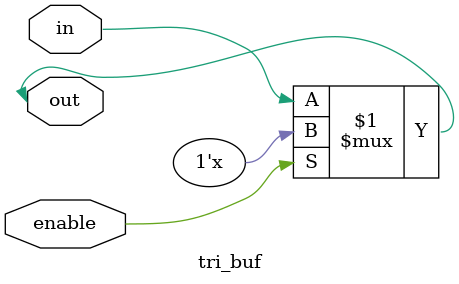
<source format=v>
/*
* top.v 
*
* SW1
*
*
*/



module top(SW0,SW1,SW2,SW3,ARDUINO_RESET,LED7,LED6,LED5,LED4,LED3,LED2,LED1,LED0,DIR_UP,DIR_DOWN,DIR_LEFT);

input  SW0; //SDA
output SW1; //SDA_tri
input  SW2; //SCL
input  SW3; //RESETN
output ARDUINO_RESET;
//wire SDA_aux;
output reg LED7,LED6,LED5,LED4,LED3,LED2,LED1,LED0;
input DIR_UP, DIR_DOWN, DIR_LEFT;

assign ARDUINO_RESET = 0;

wire SDA_out;

wire [7:0] aux1;
wire [7:0] aux2;
wire [7:0] aux3;
wire [7:0] aux4;

tri_buf tri_buf1(.in(SDA_out),.enable(SDA_out),.out(SW1));

I2C my_I2C(.SDA(SW0),.SDAout(SDA_out),.SCL(SW2),.RSTN(SW3),.aux1(aux1),.aux2(aux2),.aux3(aux3),.aux4(aux4));

/*
* ONLY FOR DEBUG
*/
always @(*)
begin
    if(DIR_UP) begin
        LED0 = aux2[0];
        LED1 = aux2[1];
        LED2 = aux2[2];
        LED3 = aux2[3];
        LED4 = aux2[4];
        LED5 = aux2[5];
        LED6 = aux2[6];
        LED7 = aux2[7];
    end else if (DIR_DOWN) begin
        LED0 = aux3[0];
        LED1 = aux3[1];
        LED2 = aux3[2];
        LED3 = aux3[3];
        LED4 = aux3[4];
        LED5 = aux3[5];
        LED6 = aux3[6];
        LED7 = aux3[7];
    end else if (DIR_LEFT) begin 
        LED0 = aux4[0];
        LED1 = aux4[1];
        LED2 = aux4[2];
        LED3 = aux4[3];
        LED4 = aux4[4];
        LED5 = aux4[5];
        LED6 = aux4[6];
        LED7 = aux4[7];
    end else begin
        LED0 = aux1[0];
        LED1 = aux1[1];
        LED2 = aux1[2];
        LED3 = aux1[3];
        LED4 = aux1[4];
        LED5 = aux1[5];
        LED6 = aux1[6];
        LED7 = aux1[7];
    end

end

endmodule


/*
*                 enable        _____
*               |\|            |     |
*       in _____| \____ out ___|GPIO |
*               | /            |     |
*               |/          <--|_____|
*                               
*/

module tri_buf(in,enable,out);
input in, enable;
inout out;

//enable == 1 then GPIO is input
//enable == 0 then GPIO is output
 
assign out = enable ? 1'bz : in; 

endmodule

</source>
